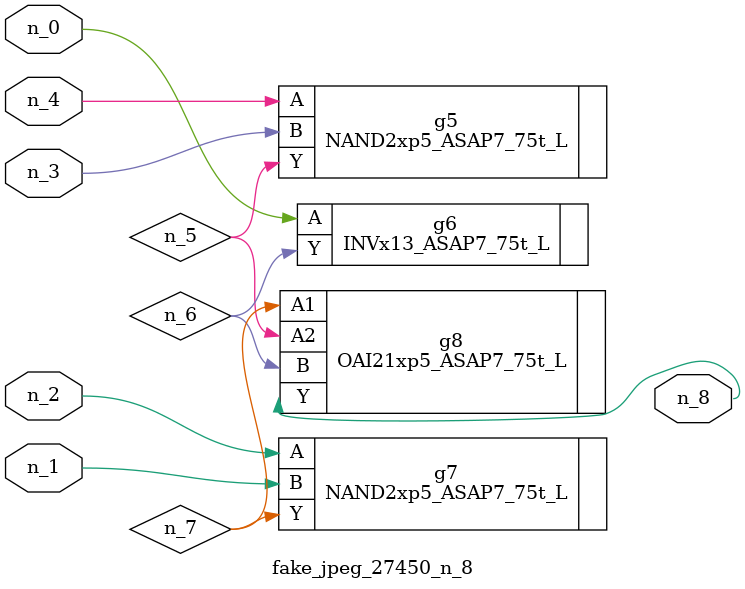
<source format=v>
module fake_jpeg_27450_n_8 (n_3, n_2, n_1, n_0, n_4, n_8);

input n_3;
input n_2;
input n_1;
input n_0;
input n_4;

output n_8;

wire n_6;
wire n_5;
wire n_7;

NAND2xp5_ASAP7_75t_L g5 ( 
.A(n_4),
.B(n_3),
.Y(n_5)
);

INVx13_ASAP7_75t_L g6 ( 
.A(n_0),
.Y(n_6)
);

NAND2xp5_ASAP7_75t_L g7 ( 
.A(n_2),
.B(n_1),
.Y(n_7)
);

OAI21xp5_ASAP7_75t_L g8 ( 
.A1(n_7),
.A2(n_5),
.B(n_6),
.Y(n_8)
);


endmodule
</source>
